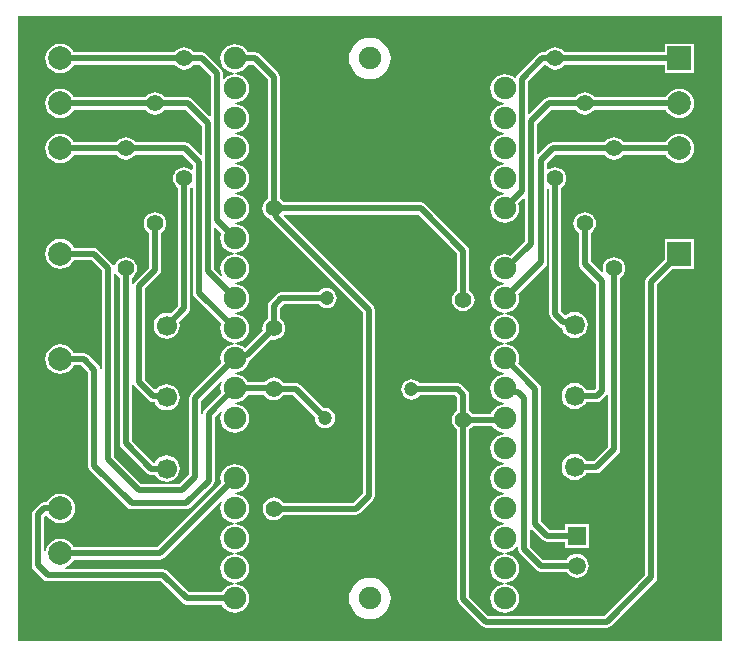
<source format=gbl>
G04*
G04 #@! TF.GenerationSoftware,Altium Limited,Altium Designer,19.0.5 (141)*
G04*
G04 Layer_Physical_Order=2*
G04 Layer_Color=16711680*
%FSLAX44Y44*%
%MOMM*%
G71*
G01*
G75*
%ADD10C,0.5000*%
%ADD11C,1.2000*%
%ADD12R,1.5000X1.5000*%
%ADD13C,1.5000*%
%ADD14C,2.0000*%
%ADD15C,1.9000*%
%ADD16R,2.0000X2.0000*%
%ADD17C,1.4000*%
%ADD18C,1.7000*%
%ADD19O,1.6800X1.7000*%
G36*
X600168Y3590D02*
X3844D01*
Y533112D01*
X600168D01*
Y3590D01*
D02*
G37*
%LPC*%
G36*
X576634Y509578D02*
X551634D01*
Y502176D01*
X467041D01*
X465753Y503853D01*
X463769Y505376D01*
X461458Y506334D01*
X458978Y506660D01*
X456498Y506334D01*
X454187Y505376D01*
X452203Y503853D01*
X450915Y502176D01*
X448056D01*
X446105Y501788D01*
X444451Y500683D01*
X427299Y483531D01*
X426194Y481877D01*
X425991Y480855D01*
X425545Y480610D01*
X424612Y480431D01*
X422358Y482160D01*
X419439Y483369D01*
X416306Y483782D01*
X413173Y483369D01*
X410254Y482160D01*
X407747Y480237D01*
X405824Y477730D01*
X404615Y474811D01*
X404202Y471678D01*
X404615Y468545D01*
X405824Y465626D01*
X407747Y463120D01*
X410254Y461196D01*
X413173Y459987D01*
X415401Y459694D01*
X415972Y459618D01*
Y458338D01*
X415401Y458262D01*
X413173Y457969D01*
X410254Y456760D01*
X407747Y454837D01*
X405824Y452330D01*
X404615Y449411D01*
X404202Y446278D01*
X404615Y443145D01*
X405824Y440226D01*
X407747Y437719D01*
X410254Y435796D01*
X413173Y434587D01*
X415401Y434294D01*
X415972Y434218D01*
Y432938D01*
X415401Y432862D01*
X413173Y432569D01*
X410254Y431360D01*
X407747Y429436D01*
X405824Y426930D01*
X404615Y424011D01*
X404202Y420878D01*
X404615Y417745D01*
X405824Y414826D01*
X407747Y412319D01*
X410254Y410396D01*
X413173Y409187D01*
X415401Y408894D01*
X415972Y408818D01*
Y407538D01*
X415401Y407462D01*
X413173Y407169D01*
X410254Y405960D01*
X407747Y404036D01*
X405824Y401530D01*
X404615Y398611D01*
X404202Y395478D01*
X404615Y392345D01*
X405824Y389426D01*
X407747Y386920D01*
X410254Y384996D01*
X413173Y383787D01*
X415401Y383494D01*
X415972Y383418D01*
Y382138D01*
X415401Y382062D01*
X413173Y381769D01*
X410254Y380560D01*
X407747Y378637D01*
X405824Y376130D01*
X404615Y373211D01*
X404202Y370078D01*
X404615Y366945D01*
X405824Y364026D01*
X407747Y361520D01*
X410254Y359596D01*
X413173Y358387D01*
X416306Y357975D01*
X419439Y358387D01*
X422358Y359596D01*
X424865Y361520D01*
X426788Y364026D01*
X427997Y366945D01*
X428410Y370078D01*
X427997Y373211D01*
X427602Y374165D01*
X432133Y378695D01*
X433306Y378209D01*
Y342218D01*
X421291Y330202D01*
X419439Y330969D01*
X416306Y331381D01*
X413173Y330969D01*
X410254Y329760D01*
X407747Y327836D01*
X405824Y325330D01*
X404615Y322411D01*
X404202Y319278D01*
X404615Y316145D01*
X405824Y313226D01*
X407747Y310720D01*
X410254Y308796D01*
X413173Y307587D01*
X415401Y307294D01*
X415972Y307218D01*
Y305938D01*
X415401Y305862D01*
X413173Y305569D01*
X410254Y304360D01*
X407747Y302437D01*
X405824Y299930D01*
X404615Y297011D01*
X404202Y293878D01*
X404615Y290745D01*
X405824Y287826D01*
X407747Y285319D01*
X410254Y283396D01*
X413173Y282187D01*
X415401Y281894D01*
X415972Y281818D01*
Y280538D01*
X415401Y280462D01*
X413173Y280169D01*
X410254Y278960D01*
X407747Y277036D01*
X405824Y274530D01*
X404615Y271611D01*
X404202Y268478D01*
X404615Y265345D01*
X405824Y262426D01*
X407747Y259919D01*
X410254Y257996D01*
X413173Y256787D01*
X415401Y256494D01*
X415972Y256418D01*
Y255138D01*
X415401Y255062D01*
X413173Y254769D01*
X410254Y253560D01*
X407747Y251637D01*
X405824Y249130D01*
X404615Y246211D01*
X404202Y243078D01*
X404615Y239945D01*
X405824Y237026D01*
X407747Y234520D01*
X410254Y232596D01*
X413173Y231387D01*
X415401Y231094D01*
X415972Y231018D01*
Y229738D01*
X415401Y229662D01*
X413173Y229369D01*
X410254Y228160D01*
X407747Y226236D01*
X405824Y223730D01*
X404615Y220811D01*
X404202Y217678D01*
X404615Y214545D01*
X405824Y211626D01*
X407747Y209119D01*
X410254Y207196D01*
X413173Y205987D01*
X415401Y205694D01*
X415972Y205618D01*
Y204338D01*
X415401Y204262D01*
X413173Y203969D01*
X410254Y202760D01*
X407747Y200837D01*
X405824Y198330D01*
X405008Y196360D01*
X389317D01*
X388030Y198037D01*
X386352Y199325D01*
Y212344D01*
X385964Y214295D01*
X384859Y215949D01*
X380287Y220521D01*
X378633Y221626D01*
X376682Y222014D01*
X344114D01*
X343374Y222978D01*
X341599Y224341D01*
X339531Y225197D01*
X337312Y225489D01*
X335093Y225197D01*
X333025Y224341D01*
X331250Y222978D01*
X329887Y221203D01*
X329031Y219135D01*
X328739Y216916D01*
X329031Y214697D01*
X329887Y212629D01*
X331250Y210854D01*
X333025Y209491D01*
X335093Y208635D01*
X337312Y208343D01*
X339531Y208635D01*
X341599Y209491D01*
X343374Y210854D01*
X344114Y211818D01*
X374570D01*
X376156Y210232D01*
Y199325D01*
X374478Y198037D01*
X372956Y196053D01*
X371998Y193742D01*
X371672Y191262D01*
X371998Y188782D01*
X372956Y186471D01*
X374478Y184487D01*
X376156Y183199D01*
Y39370D01*
X376544Y37419D01*
X377649Y35765D01*
X396699Y16715D01*
X398353Y15610D01*
X400304Y15222D01*
X502920D01*
X504871Y15610D01*
X506525Y16715D01*
X544117Y54307D01*
X545222Y55961D01*
X545610Y57912D01*
Y305990D01*
X558844Y319224D01*
X576634D01*
Y344224D01*
X551634D01*
Y326434D01*
X536907Y311707D01*
X535802Y310053D01*
X535414Y308102D01*
Y60024D01*
X500808Y25418D01*
X402416D01*
X386352Y41482D01*
Y183199D01*
X388030Y184487D01*
X389317Y186164D01*
X405872D01*
X407747Y183720D01*
X410254Y181796D01*
X413173Y180587D01*
X415401Y180294D01*
X415972Y180218D01*
Y178938D01*
X415401Y178862D01*
X413173Y178569D01*
X410254Y177360D01*
X407747Y175436D01*
X405824Y172930D01*
X404615Y170011D01*
X404202Y166878D01*
X404615Y163745D01*
X405824Y160826D01*
X407747Y158320D01*
X410254Y156396D01*
X413173Y155187D01*
X415401Y154894D01*
X415972Y154818D01*
Y153538D01*
X415401Y153462D01*
X413173Y153169D01*
X410254Y151960D01*
X407747Y150036D01*
X405824Y147530D01*
X404615Y144611D01*
X404202Y141478D01*
X404615Y138345D01*
X405824Y135426D01*
X407747Y132920D01*
X410254Y130996D01*
X413173Y129787D01*
X415401Y129494D01*
X415972Y129418D01*
Y128138D01*
X415401Y128062D01*
X413173Y127769D01*
X410254Y126560D01*
X407747Y124636D01*
X405824Y122130D01*
X404615Y119211D01*
X404202Y116078D01*
X404615Y112945D01*
X405824Y110026D01*
X407747Y107520D01*
X410254Y105596D01*
X413173Y104387D01*
X415401Y104094D01*
X415972Y104018D01*
Y102738D01*
X415401Y102662D01*
X413173Y102369D01*
X410254Y101160D01*
X407747Y99236D01*
X405824Y96730D01*
X404615Y93811D01*
X404202Y90678D01*
X404615Y87545D01*
X405824Y84626D01*
X407747Y82120D01*
X410254Y80196D01*
X413173Y78987D01*
X415401Y78694D01*
X415972Y78618D01*
Y77338D01*
X415401Y77262D01*
X413173Y76969D01*
X410254Y75760D01*
X407747Y73836D01*
X405824Y71330D01*
X404615Y68411D01*
X404202Y65278D01*
X404615Y62145D01*
X405824Y59226D01*
X407747Y56719D01*
X410254Y54796D01*
X413173Y53587D01*
X415401Y53294D01*
X415972Y53218D01*
Y51938D01*
X415401Y51862D01*
X413173Y51569D01*
X410254Y50360D01*
X407747Y48436D01*
X405824Y45930D01*
X404615Y43011D01*
X404202Y39878D01*
X404615Y36745D01*
X405824Y33826D01*
X407747Y31319D01*
X410254Y29396D01*
X413173Y28187D01*
X416306Y27775D01*
X419439Y28187D01*
X422358Y29396D01*
X424865Y31319D01*
X426788Y33826D01*
X427997Y36745D01*
X428410Y39878D01*
X427997Y43011D01*
X426788Y45930D01*
X424865Y48436D01*
X422358Y50360D01*
X419439Y51569D01*
X417211Y51862D01*
X416640Y51938D01*
Y53218D01*
X417211Y53294D01*
X419439Y53587D01*
X422358Y54796D01*
X424865Y56719D01*
X426788Y59226D01*
X427997Y62145D01*
X428410Y65278D01*
X427997Y68411D01*
X426788Y71330D01*
X424865Y73836D01*
X422358Y75760D01*
X419439Y76969D01*
X417211Y77262D01*
X416640Y77338D01*
Y78618D01*
X417211Y78694D01*
X419439Y78987D01*
X422358Y80196D01*
X424865Y82120D01*
X426448Y84183D01*
X427718Y83752D01*
Y81534D01*
X428106Y79583D01*
X429211Y77929D01*
X443181Y63959D01*
X444835Y62854D01*
X446786Y62466D01*
X468573D01*
X470134Y60432D01*
X472223Y58829D01*
X474655Y57821D01*
X477266Y57478D01*
X479877Y57821D01*
X482309Y58829D01*
X484398Y60432D01*
X486001Y62521D01*
X487009Y64953D01*
X487352Y67564D01*
X487009Y70174D01*
X486001Y72607D01*
X484398Y74696D01*
X482309Y76299D01*
X479877Y77307D01*
X477266Y77650D01*
X474655Y77307D01*
X472223Y76299D01*
X470134Y74696D01*
X468573Y72662D01*
X448898D01*
X437914Y83646D01*
Y98164D01*
X439184Y98690D01*
X448515Y89359D01*
X450169Y88254D01*
X452120Y87866D01*
X467266D01*
Y82964D01*
X487266D01*
Y102964D01*
X467266D01*
Y98062D01*
X454232D01*
X447058Y105236D01*
Y217424D01*
X446670Y219375D01*
X445565Y221029D01*
X427602Y238992D01*
X427997Y239945D01*
X428410Y243078D01*
X427997Y246211D01*
X426788Y249130D01*
X424865Y251637D01*
X422358Y253560D01*
X419439Y254769D01*
X417211Y255062D01*
X416640Y255138D01*
Y256418D01*
X417211Y256494D01*
X419439Y256787D01*
X422358Y257996D01*
X424865Y259919D01*
X426788Y262426D01*
X427997Y265345D01*
X428410Y268478D01*
X427997Y271611D01*
X426788Y274530D01*
X424865Y277036D01*
X422358Y278960D01*
X419439Y280169D01*
X417211Y280462D01*
X416640Y280538D01*
Y281818D01*
X417211Y281894D01*
X419439Y282187D01*
X422358Y283396D01*
X424865Y285319D01*
X426788Y287826D01*
X427997Y290745D01*
X428410Y293878D01*
X427997Y297011D01*
X427602Y297964D01*
X450583Y320945D01*
X451688Y322599D01*
X452076Y324550D01*
Y386323D01*
X453346Y387016D01*
X453880Y386673D01*
Y280924D01*
X454268Y278973D01*
X455373Y277319D01*
X462413Y270279D01*
X464067Y269174D01*
X464810Y269026D01*
X464869Y268580D01*
X465967Y265929D01*
X467714Y263652D01*
X469991Y261905D01*
X472643Y260807D01*
X475488Y260432D01*
X478334Y260807D01*
X480985Y261905D01*
X483262Y263652D01*
X485009Y265929D01*
X486107Y268580D01*
X486482Y271426D01*
Y271626D01*
X486107Y274471D01*
X485009Y277123D01*
X483262Y279400D01*
X480985Y281147D01*
X478334Y282245D01*
X475488Y282620D01*
X472643Y282245D01*
X469991Y281147D01*
X467714Y279400D01*
X467712Y279400D01*
X464076Y283036D01*
Y387415D01*
X465753Y388703D01*
X467276Y390687D01*
X468233Y392998D01*
X468560Y395478D01*
X468233Y397958D01*
X467276Y400269D01*
X465753Y402253D01*
X463769Y403776D01*
X461458Y404734D01*
X458978Y405060D01*
X456498Y404734D01*
X454187Y403776D01*
X453346Y403131D01*
X452076Y403757D01*
Y408798D01*
X459058Y415780D01*
X500699D01*
X501987Y414103D01*
X503971Y412580D01*
X506282Y411623D01*
X508762Y411296D01*
X511242Y411623D01*
X513553Y412580D01*
X515537Y414103D01*
X516825Y415780D01*
X552716D01*
X553215Y414574D01*
X555219Y411963D01*
X557830Y409959D01*
X560871Y408700D01*
X564134Y408270D01*
X567397Y408700D01*
X570438Y409959D01*
X573049Y411963D01*
X575053Y414574D01*
X576312Y417615D01*
X576742Y420878D01*
X576312Y424141D01*
X575053Y427182D01*
X573049Y429793D01*
X570438Y431797D01*
X567397Y433056D01*
X564134Y433486D01*
X560871Y433056D01*
X557830Y431797D01*
X555219Y429793D01*
X553215Y427182D01*
X552716Y425976D01*
X516825D01*
X515537Y427654D01*
X513553Y429176D01*
X511242Y430134D01*
X508762Y430460D01*
X506282Y430134D01*
X503971Y429176D01*
X501987Y427654D01*
X500699Y425976D01*
X456946D01*
X454995Y425588D01*
X453341Y424483D01*
X444675Y415817D01*
X443502Y416303D01*
Y441626D01*
X455756Y453880D01*
X475807D01*
X477094Y452203D01*
X479079Y450680D01*
X481390Y449723D01*
X483870Y449396D01*
X486350Y449723D01*
X488661Y450680D01*
X490645Y452203D01*
X491933Y453880D01*
X552716D01*
X553215Y452674D01*
X555219Y450063D01*
X557830Y448059D01*
X560871Y446800D01*
X564134Y446370D01*
X567397Y446800D01*
X570438Y448059D01*
X573049Y450063D01*
X575053Y452674D01*
X576312Y455715D01*
X576742Y458978D01*
X576312Y462241D01*
X575053Y465282D01*
X573049Y467893D01*
X570438Y469897D01*
X567397Y471156D01*
X564134Y471586D01*
X560871Y471156D01*
X557830Y469897D01*
X555219Y467893D01*
X553215Y465282D01*
X552716Y464076D01*
X491933D01*
X490645Y465753D01*
X488661Y467276D01*
X486350Y468233D01*
X483870Y468560D01*
X481390Y468233D01*
X479079Y467276D01*
X477094Y465753D01*
X475807Y464076D01*
X453644D01*
X451693Y463688D01*
X450039Y462583D01*
X437175Y449719D01*
X436002Y450205D01*
Y477814D01*
X449799Y491612D01*
X451255Y491538D01*
X452203Y490303D01*
X454187Y488780D01*
X456498Y487822D01*
X458978Y487496D01*
X461458Y487822D01*
X463769Y488780D01*
X465753Y490303D01*
X467041Y491980D01*
X551634D01*
Y484578D01*
X576634D01*
Y509578D01*
D02*
G37*
G36*
X302006Y514663D02*
X298575Y514325D01*
X295277Y513324D01*
X292236Y511699D01*
X289572Y509512D01*
X287385Y506847D01*
X285760Y503807D01*
X284759Y500509D01*
X284421Y497078D01*
X284759Y493647D01*
X285760Y490349D01*
X287385Y487309D01*
X289572Y484644D01*
X292236Y482457D01*
X295277Y480832D01*
X298575Y479831D01*
X302006Y479493D01*
X305437Y479831D01*
X308735Y480832D01*
X311775Y482457D01*
X314440Y484644D01*
X316627Y487309D01*
X318252Y490349D01*
X319253Y493647D01*
X319591Y497078D01*
X319253Y500509D01*
X318252Y503807D01*
X316627Y506847D01*
X314440Y509512D01*
X311775Y511699D01*
X308735Y513324D01*
X305437Y514325D01*
X302006Y514663D01*
D02*
G37*
G36*
X39878Y509686D02*
X36615Y509256D01*
X33574Y507997D01*
X30963Y505993D01*
X28959Y503382D01*
X27700Y500341D01*
X27270Y497078D01*
X27700Y493815D01*
X28959Y490774D01*
X30963Y488163D01*
X33574Y486159D01*
X36615Y484900D01*
X39878Y484470D01*
X43141Y484900D01*
X46182Y486159D01*
X48793Y488163D01*
X50797Y490774D01*
X51296Y491980D01*
X136971D01*
X138258Y490303D01*
X140243Y488780D01*
X142554Y487822D01*
X145034Y487496D01*
X147514Y487822D01*
X149825Y488780D01*
X151809Y490303D01*
X153097Y491980D01*
X157654D01*
X167368Y482266D01*
Y448561D01*
X166195Y448075D01*
X151687Y462583D01*
X150033Y463688D01*
X148082Y464076D01*
X128205D01*
X126917Y465753D01*
X124933Y467276D01*
X122622Y468233D01*
X120142Y468560D01*
X117662Y468233D01*
X115351Y467276D01*
X113366Y465753D01*
X112079Y464076D01*
X51296D01*
X50797Y465282D01*
X48793Y467893D01*
X46182Y469897D01*
X43141Y471156D01*
X39878Y471586D01*
X36615Y471156D01*
X33574Y469897D01*
X30963Y467893D01*
X28959Y465282D01*
X27700Y462241D01*
X27270Y458978D01*
X27700Y455715D01*
X28959Y452674D01*
X30963Y450063D01*
X33574Y448059D01*
X36615Y446800D01*
X39878Y446370D01*
X43141Y446800D01*
X46182Y448059D01*
X48793Y450063D01*
X50797Y452674D01*
X51296Y453880D01*
X112079D01*
X113366Y452203D01*
X115351Y450680D01*
X117662Y449723D01*
X120142Y449396D01*
X122622Y449723D01*
X124933Y450680D01*
X126917Y452203D01*
X128205Y453880D01*
X145970D01*
X159748Y440102D01*
Y415795D01*
X158575Y415309D01*
X149401Y424483D01*
X147747Y425588D01*
X145796Y425976D01*
X103313D01*
X102025Y427654D01*
X100041Y429176D01*
X97730Y430134D01*
X95250Y430460D01*
X92770Y430134D01*
X90459Y429176D01*
X88475Y427654D01*
X87187Y425976D01*
X51296D01*
X50797Y427182D01*
X48793Y429793D01*
X46182Y431797D01*
X43141Y433056D01*
X39878Y433486D01*
X36615Y433056D01*
X33574Y431797D01*
X30963Y429793D01*
X28959Y427182D01*
X27700Y424141D01*
X27270Y420878D01*
X27700Y417615D01*
X28959Y414574D01*
X30963Y411963D01*
X33574Y409959D01*
X36615Y408700D01*
X39878Y408270D01*
X43141Y408700D01*
X46182Y409959D01*
X48793Y411963D01*
X50797Y414574D01*
X51296Y415780D01*
X87187D01*
X88475Y414103D01*
X90459Y412580D01*
X92770Y411623D01*
X95250Y411296D01*
X97730Y411623D01*
X100041Y412580D01*
X102025Y414103D01*
X103313Y415780D01*
X143684D01*
X152248Y407216D01*
Y403518D01*
X150978Y402891D01*
X149825Y403776D01*
X147514Y404734D01*
X145034Y405060D01*
X142554Y404734D01*
X140243Y403776D01*
X138258Y402253D01*
X136736Y400269D01*
X135779Y397958D01*
X135452Y395478D01*
X135779Y392998D01*
X136736Y390687D01*
X138258Y388703D01*
X139936Y387415D01*
Y287862D01*
X133369Y281295D01*
X132920Y281481D01*
X130048Y281859D01*
X127176Y281481D01*
X124501Y280373D01*
X122203Y278609D01*
X120440Y276311D01*
X119331Y273636D01*
X118953Y270764D01*
X119331Y267892D01*
X120440Y265217D01*
X122203Y262919D01*
X124501Y261155D01*
X127176Y260047D01*
X130048Y259669D01*
X132920Y260047D01*
X135596Y261155D01*
X137893Y262919D01*
X139656Y265217D01*
X140765Y267892D01*
X141143Y270764D01*
X140765Y273636D01*
X140579Y274085D01*
X148639Y282145D01*
X149744Y283799D01*
X150132Y285750D01*
Y387250D01*
X151173Y387968D01*
X152248Y387438D01*
Y298838D01*
X152636Y296887D01*
X153741Y295233D01*
X176410Y272565D01*
X176015Y271611D01*
X175602Y268478D01*
X176015Y265345D01*
X177224Y262426D01*
X179147Y259919D01*
X181654Y257996D01*
X184573Y256787D01*
X186801Y256494D01*
X187372Y256418D01*
Y255138D01*
X186801Y255062D01*
X184573Y254769D01*
X181654Y253560D01*
X179147Y251637D01*
X177224Y249130D01*
X176015Y246211D01*
X175602Y243078D01*
X176015Y239945D01*
X176410Y238992D01*
X150573Y213155D01*
X149468Y211501D01*
X149080Y209550D01*
Y144860D01*
X140890Y136670D01*
X108538D01*
X85362Y159846D01*
Y315007D01*
X86632Y315259D01*
X86952Y314487D01*
X88475Y312502D01*
X90152Y311215D01*
Y171196D01*
X90540Y169245D01*
X91645Y167591D01*
X112981Y146255D01*
X114635Y145150D01*
X116586Y144762D01*
X120253D01*
X120440Y144312D01*
X122203Y142015D01*
X124501Y140252D01*
X127176Y139143D01*
X130048Y138765D01*
X132920Y139143D01*
X135596Y140252D01*
X137893Y142015D01*
X139656Y144312D01*
X140765Y146988D01*
X141143Y149860D01*
X140765Y152732D01*
X139656Y155407D01*
X137893Y157705D01*
X135596Y159468D01*
X132920Y160577D01*
X130048Y160955D01*
X127176Y160577D01*
X124501Y159468D01*
X122203Y157705D01*
X120440Y155407D01*
X120253Y154958D01*
X118698D01*
X100348Y173308D01*
Y221429D01*
X101618Y221555D01*
X101716Y221061D01*
X102821Y219407D01*
X114669Y207560D01*
X116322Y206455D01*
X118273Y206067D01*
X119900D01*
X120440Y204764D01*
X122203Y202467D01*
X124501Y200704D01*
X127176Y199595D01*
X130048Y199217D01*
X132920Y199595D01*
X135596Y200704D01*
X137893Y202467D01*
X139656Y204764D01*
X140765Y207440D01*
X141143Y210312D01*
X140765Y213184D01*
X139656Y215860D01*
X137893Y218157D01*
X135596Y219921D01*
X132920Y221029D01*
X130048Y221407D01*
X127176Y221029D01*
X124501Y219921D01*
X122203Y218157D01*
X121337Y217029D01*
X119714Y216934D01*
X111524Y225124D01*
Y302180D01*
X123747Y314403D01*
X124852Y316057D01*
X125240Y318008D01*
Y349315D01*
X126917Y350602D01*
X128440Y352587D01*
X129397Y354898D01*
X129724Y357378D01*
X129397Y359858D01*
X128440Y362169D01*
X126917Y364154D01*
X124933Y365676D01*
X122622Y366633D01*
X120142Y366960D01*
X117662Y366633D01*
X115351Y365676D01*
X113366Y364154D01*
X111844Y362169D01*
X110886Y359858D01*
X110560Y357378D01*
X110886Y354898D01*
X111844Y352587D01*
X113366Y350602D01*
X115044Y349315D01*
Y320120D01*
X102821Y307897D01*
X101716Y306243D01*
X101618Y305749D01*
X100348Y305875D01*
Y311215D01*
X102025Y312502D01*
X103548Y314487D01*
X104506Y316798D01*
X104832Y319278D01*
X104506Y321758D01*
X103548Y324069D01*
X102025Y326053D01*
X100041Y327576D01*
X97730Y328534D01*
X95250Y328860D01*
X92770Y328534D01*
X90459Y327576D01*
X88475Y326053D01*
X86952Y324069D01*
X86139Y322106D01*
X85883Y322025D01*
X84979Y321974D01*
X84788Y322015D01*
X83869Y323391D01*
X71931Y335329D01*
X70277Y336434D01*
X68326Y336822D01*
X51296D01*
X50797Y338028D01*
X48793Y340639D01*
X46182Y342643D01*
X43141Y343902D01*
X39878Y344332D01*
X36615Y343902D01*
X33574Y342643D01*
X30963Y340639D01*
X28959Y338028D01*
X27700Y334987D01*
X27270Y331724D01*
X27700Y328461D01*
X28959Y325420D01*
X30963Y322809D01*
X33574Y320805D01*
X36615Y319546D01*
X39878Y319116D01*
X43141Y319546D01*
X46182Y320805D01*
X48793Y322809D01*
X50797Y325420D01*
X51296Y326626D01*
X66214D01*
X75166Y317674D01*
Y233986D01*
X73896Y233861D01*
X73544Y235631D01*
X72439Y237285D01*
X63549Y246175D01*
X61895Y247280D01*
X59944Y247668D01*
X51296D01*
X50797Y248874D01*
X48793Y251485D01*
X46182Y253489D01*
X43141Y254748D01*
X39878Y255178D01*
X36615Y254748D01*
X33574Y253489D01*
X30963Y251485D01*
X28959Y248874D01*
X27700Y245833D01*
X27270Y242570D01*
X27700Y239307D01*
X28959Y236266D01*
X30963Y233655D01*
X33574Y231651D01*
X36615Y230392D01*
X39878Y229962D01*
X43141Y230392D01*
X46182Y231651D01*
X48793Y233655D01*
X50797Y236266D01*
X51296Y237472D01*
X57832D01*
X63736Y231568D01*
Y151892D01*
X64124Y149941D01*
X65229Y148287D01*
X96725Y116791D01*
X98379Y115686D01*
X100330Y115298D01*
X146558D01*
X148509Y115686D01*
X150163Y116791D01*
X169213Y135841D01*
X170318Y137495D01*
X170706Y139446D01*
Y193722D01*
X176645Y199662D01*
X177602Y198822D01*
X177224Y198330D01*
X176015Y195411D01*
X175602Y192278D01*
X176015Y189145D01*
X177224Y186226D01*
X179147Y183720D01*
X181654Y181796D01*
X184573Y180587D01*
X187706Y180175D01*
X190839Y180587D01*
X193758Y181796D01*
X196264Y183720D01*
X198188Y186226D01*
X199397Y189145D01*
X199809Y192278D01*
X199397Y195411D01*
X198188Y198330D01*
X196264Y200837D01*
X193758Y202760D01*
X190839Y203969D01*
X188611Y204262D01*
X188040Y204338D01*
Y205618D01*
X188611Y205694D01*
X190839Y205987D01*
X193758Y207196D01*
X196264Y209119D01*
X198188Y211626D01*
X198583Y212580D01*
X212468D01*
X213951Y210648D01*
X215935Y209126D01*
X218246Y208169D01*
X220726Y207842D01*
X223206Y208169D01*
X225517Y209126D01*
X227501Y210648D01*
X228789Y212326D01*
X237372D01*
X255745Y193953D01*
X255587Y192748D01*
X255879Y190529D01*
X256735Y188461D01*
X258098Y186686D01*
X259873Y185323D01*
X261941Y184467D01*
X264160Y184175D01*
X266379Y184467D01*
X268447Y185323D01*
X270222Y186686D01*
X271585Y188461D01*
X272441Y190529D01*
X272733Y192748D01*
X272441Y194967D01*
X271585Y197035D01*
X270222Y198810D01*
X268447Y200173D01*
X266379Y201029D01*
X264160Y201321D01*
X262955Y201163D01*
X243089Y221029D01*
X241435Y222134D01*
X239484Y222522D01*
X228789D01*
X227501Y224199D01*
X225517Y225722D01*
X223206Y226679D01*
X220726Y227006D01*
X218246Y226679D01*
X215935Y225722D01*
X213951Y224199D01*
X212858Y222776D01*
X198583D01*
X198188Y223730D01*
X196264Y226236D01*
X193758Y228160D01*
X190839Y229369D01*
X188611Y229662D01*
X188040Y229738D01*
Y231018D01*
X188611Y231094D01*
X190839Y231387D01*
X193758Y232596D01*
X196264Y234520D01*
X198188Y237026D01*
X199397Y239945D01*
X199531Y240962D01*
X199956Y241047D01*
X201610Y242152D01*
X218630Y259172D01*
X220726Y258896D01*
X223206Y259223D01*
X225517Y260180D01*
X227501Y261702D01*
X229024Y263687D01*
X229981Y265998D01*
X230308Y268478D01*
X229981Y270958D01*
X229024Y273269D01*
X227501Y275254D01*
X225824Y276541D01*
Y285670D01*
X229226Y289072D01*
X258628D01*
X259368Y288108D01*
X261143Y286745D01*
X263211Y285889D01*
X265430Y285597D01*
X267649Y285889D01*
X269717Y286745D01*
X271492Y288108D01*
X272855Y289883D01*
X273711Y291951D01*
X274003Y294170D01*
X273711Y296389D01*
X272855Y298457D01*
X271492Y300232D01*
X269717Y301595D01*
X267649Y302451D01*
X265430Y302743D01*
X263211Y302451D01*
X261143Y301595D01*
X259368Y300232D01*
X258628Y299268D01*
X227114D01*
X225163Y298880D01*
X223509Y297775D01*
X217121Y291387D01*
X216016Y289733D01*
X215628Y287782D01*
Y276541D01*
X213951Y275254D01*
X212428Y273269D01*
X211471Y270958D01*
X211144Y268478D01*
X211420Y266382D01*
X196650Y251611D01*
X196264Y251637D01*
X193758Y253560D01*
X190839Y254769D01*
X188611Y255062D01*
X188040Y255138D01*
Y256418D01*
X188611Y256494D01*
X190839Y256787D01*
X193758Y257996D01*
X196264Y259919D01*
X198188Y262426D01*
X199397Y265345D01*
X199809Y268478D01*
X199397Y271611D01*
X198188Y274530D01*
X196264Y277036D01*
X193758Y278960D01*
X190839Y280169D01*
X188611Y280462D01*
X188040Y280538D01*
Y281818D01*
X188611Y281894D01*
X190839Y282187D01*
X193758Y283396D01*
X196264Y285319D01*
X198188Y287826D01*
X199397Y290745D01*
X199809Y293878D01*
X199397Y297011D01*
X198188Y299930D01*
X196264Y302437D01*
X193758Y304360D01*
X190839Y305569D01*
X188611Y305862D01*
X188040Y305938D01*
Y307218D01*
X188611Y307294D01*
X190839Y307587D01*
X193758Y308796D01*
X196264Y310720D01*
X198188Y313226D01*
X199397Y316145D01*
X199809Y319278D01*
X199397Y322411D01*
X198188Y325330D01*
X196264Y327836D01*
X193758Y329760D01*
X190839Y330969D01*
X188611Y331262D01*
X188040Y331338D01*
Y332618D01*
X188611Y332694D01*
X190839Y332987D01*
X193758Y334196D01*
X196264Y336119D01*
X198188Y338626D01*
X199397Y341545D01*
X199809Y344678D01*
X199397Y347811D01*
X198188Y350730D01*
X196264Y353237D01*
X193758Y355160D01*
X190839Y356369D01*
X188611Y356662D01*
X188040Y356738D01*
Y358018D01*
X188611Y358094D01*
X190839Y358387D01*
X193758Y359596D01*
X196264Y361520D01*
X198188Y364026D01*
X199397Y366945D01*
X199809Y370078D01*
X199397Y373211D01*
X198188Y376130D01*
X196264Y378637D01*
X193758Y380560D01*
X190839Y381769D01*
X188611Y382062D01*
X188040Y382138D01*
Y383418D01*
X188611Y383494D01*
X190839Y383787D01*
X193758Y384996D01*
X196264Y386920D01*
X198188Y389426D01*
X199397Y392345D01*
X199809Y395478D01*
X199397Y398611D01*
X198188Y401530D01*
X196264Y404036D01*
X193758Y405960D01*
X190839Y407169D01*
X188611Y407462D01*
X188040Y407538D01*
Y408818D01*
X188611Y408894D01*
X190839Y409187D01*
X193758Y410396D01*
X196264Y412319D01*
X198188Y414826D01*
X199397Y417745D01*
X199809Y420878D01*
X199397Y424011D01*
X198188Y426930D01*
X196264Y429436D01*
X193758Y431360D01*
X190839Y432569D01*
X188611Y432862D01*
X188040Y432938D01*
Y434218D01*
X188611Y434294D01*
X190839Y434587D01*
X193758Y435796D01*
X196264Y437719D01*
X198188Y440226D01*
X199397Y443145D01*
X199809Y446278D01*
X199397Y449411D01*
X198188Y452330D01*
X196264Y454837D01*
X193758Y456760D01*
X190839Y457969D01*
X188611Y458262D01*
X188040Y458338D01*
Y459618D01*
X188611Y459694D01*
X190839Y459987D01*
X193758Y461196D01*
X196264Y463120D01*
X198188Y465626D01*
X199397Y468545D01*
X199809Y471678D01*
X199397Y474811D01*
X198188Y477730D01*
X196264Y480237D01*
X193758Y482160D01*
X190839Y483369D01*
X188611Y483662D01*
X188040Y483738D01*
Y485018D01*
X188611Y485094D01*
X190839Y485387D01*
X193758Y486596D01*
X196264Y488520D01*
X198188Y491026D01*
X198583Y491980D01*
X203120D01*
X215628Y479472D01*
Y378141D01*
X213951Y376853D01*
X212428Y374869D01*
X211471Y372558D01*
X211144Y370078D01*
X211471Y367598D01*
X212428Y365287D01*
X213951Y363303D01*
X215935Y361780D01*
X217773Y361018D01*
X218843Y359417D01*
X295892Y282368D01*
Y128858D01*
X287956Y120922D01*
X228789D01*
X227501Y122599D01*
X225517Y124122D01*
X223206Y125079D01*
X220726Y125406D01*
X218246Y125079D01*
X215935Y124122D01*
X213951Y122599D01*
X212428Y120615D01*
X211471Y118304D01*
X211144Y115824D01*
X211471Y113344D01*
X212428Y111033D01*
X213951Y109049D01*
X215935Y107526D01*
X218246Y106568D01*
X220726Y106242D01*
X223206Y106568D01*
X225517Y107526D01*
X227501Y109049D01*
X228789Y110726D01*
X290068D01*
X292019Y111114D01*
X293673Y112219D01*
X304595Y123141D01*
X305700Y124795D01*
X306088Y126746D01*
Y284480D01*
X305700Y286431D01*
X304595Y288085D01*
X228969Y363710D01*
X229496Y364980D01*
X343328D01*
X376156Y332152D01*
Y300925D01*
X374478Y299637D01*
X372956Y297653D01*
X371998Y295342D01*
X371672Y292862D01*
X371998Y290382D01*
X372956Y288071D01*
X374478Y286087D01*
X376463Y284564D01*
X378774Y283606D01*
X381254Y283280D01*
X383734Y283606D01*
X386045Y284564D01*
X388030Y286087D01*
X389552Y288071D01*
X390509Y290382D01*
X390836Y292862D01*
X390509Y295342D01*
X389552Y297653D01*
X388030Y299637D01*
X386352Y300925D01*
Y334264D01*
X385964Y336215D01*
X384859Y337869D01*
X349045Y373683D01*
X347391Y374788D01*
X345440Y375176D01*
X228789D01*
X227501Y376853D01*
X225824Y378141D01*
Y481584D01*
X225436Y483535D01*
X224331Y485189D01*
X208837Y500683D01*
X207183Y501788D01*
X205232Y502176D01*
X198583D01*
X198188Y503130D01*
X196264Y505636D01*
X193758Y507560D01*
X190839Y508769D01*
X187706Y509182D01*
X184573Y508769D01*
X181654Y507560D01*
X179147Y505636D01*
X177224Y503130D01*
X176015Y500211D01*
X175602Y497078D01*
X176015Y493945D01*
X177224Y491026D01*
X179147Y488520D01*
X181654Y486596D01*
X184573Y485387D01*
X186801Y485094D01*
X187372Y485018D01*
Y483738D01*
X186801Y483662D01*
X184573Y483369D01*
X181654Y482160D01*
X179147Y480237D01*
X178767Y479740D01*
X177564Y480148D01*
Y484378D01*
X177176Y486329D01*
X176071Y487983D01*
X163371Y500683D01*
X161717Y501788D01*
X159766Y502176D01*
X153097D01*
X151809Y503853D01*
X149825Y505376D01*
X147514Y506334D01*
X145034Y506660D01*
X142554Y506334D01*
X140243Y505376D01*
X138258Y503853D01*
X136971Y502176D01*
X51296D01*
X50797Y503382D01*
X48793Y505993D01*
X46182Y507997D01*
X43141Y509256D01*
X39878Y509686D01*
D02*
G37*
G36*
X483870Y366960D02*
X481390Y366633D01*
X479079Y365676D01*
X477094Y364154D01*
X475572Y362169D01*
X474614Y359858D01*
X474288Y357378D01*
X474614Y354898D01*
X475572Y352587D01*
X477094Y350602D01*
X478772Y349315D01*
Y323342D01*
X479160Y321391D01*
X480265Y319737D01*
X493504Y306498D01*
Y217758D01*
X492172Y216426D01*
X485216D01*
X485009Y216925D01*
X483262Y219202D01*
X480985Y220949D01*
X478334Y222047D01*
X475488Y222422D01*
X472643Y222047D01*
X469991Y220949D01*
X467714Y219202D01*
X465967Y216925D01*
X464869Y214273D01*
X464494Y211428D01*
Y211228D01*
X464869Y208382D01*
X465967Y205731D01*
X467714Y203454D01*
X469991Y201707D01*
X472643Y200609D01*
X475488Y200234D01*
X478334Y200609D01*
X480985Y201707D01*
X483262Y203454D01*
X485009Y205731D01*
X485216Y206230D01*
X494284D01*
X496235Y206618D01*
X497889Y207723D01*
X502207Y212041D01*
X502394Y212321D01*
X503664Y211936D01*
Y168228D01*
X491664Y156228D01*
X485216D01*
X485009Y156727D01*
X483262Y159004D01*
X480985Y160751D01*
X478334Y161849D01*
X475488Y162224D01*
X472643Y161849D01*
X469991Y160751D01*
X467714Y159004D01*
X465967Y156727D01*
X464869Y154075D01*
X464494Y151230D01*
Y151030D01*
X464869Y148184D01*
X465967Y145533D01*
X467714Y143256D01*
X469991Y141509D01*
X472643Y140411D01*
X475488Y140036D01*
X478334Y140411D01*
X480985Y141509D01*
X483262Y143256D01*
X485009Y145533D01*
X485216Y146032D01*
X493776D01*
X495727Y146420D01*
X497381Y147525D01*
X512367Y162511D01*
X513472Y164165D01*
X513860Y166116D01*
Y311215D01*
X515537Y312502D01*
X517060Y314487D01*
X518018Y316798D01*
X518344Y319278D01*
X518018Y321758D01*
X517060Y324069D01*
X515537Y326053D01*
X513553Y327576D01*
X511242Y328534D01*
X508762Y328860D01*
X506282Y328534D01*
X503971Y327576D01*
X501987Y326053D01*
X500464Y324069D01*
X499506Y321758D01*
X499180Y319278D01*
X499506Y316798D01*
X499568Y316650D01*
X498491Y315930D01*
X488968Y325454D01*
Y349315D01*
X490645Y350602D01*
X492168Y352587D01*
X493125Y354898D01*
X493452Y357378D01*
X493125Y359858D01*
X492168Y362169D01*
X490645Y364154D01*
X488661Y365676D01*
X486350Y366633D01*
X483870Y366960D01*
D02*
G37*
G36*
X187706Y153581D02*
X184573Y153169D01*
X181654Y151960D01*
X179147Y150036D01*
X177224Y147530D01*
X176015Y144611D01*
X175602Y141478D01*
X176015Y138345D01*
X176410Y137392D01*
X122094Y83076D01*
X51296D01*
X50797Y84282D01*
X48793Y86893D01*
X46182Y88897D01*
X43141Y90156D01*
X39878Y90586D01*
X36615Y90156D01*
X33574Y88897D01*
X30963Y86893D01*
X28959Y84282D01*
X27700Y81241D01*
X27450Y79344D01*
X26180Y79427D01*
Y108886D01*
X27433Y110140D01*
X28931Y109842D01*
X28959Y109774D01*
X30963Y107163D01*
X33574Y105159D01*
X36615Y103900D01*
X39878Y103470D01*
X43141Y103900D01*
X46182Y105159D01*
X48793Y107163D01*
X50797Y109774D01*
X52056Y112815D01*
X52486Y116078D01*
X52056Y119341D01*
X50797Y122382D01*
X48793Y124993D01*
X46182Y126997D01*
X43141Y128256D01*
X39878Y128686D01*
X36615Y128256D01*
X33574Y126997D01*
X30963Y124993D01*
X28959Y122382D01*
X28460Y121176D01*
X26162D01*
X24211Y120788D01*
X22557Y119683D01*
X17477Y114603D01*
X16372Y112949D01*
X15984Y110998D01*
Y67818D01*
X16372Y65867D01*
X17477Y64213D01*
X25605Y56085D01*
X27259Y54980D01*
X29210Y54592D01*
X125142D01*
X143461Y36273D01*
X145115Y35168D01*
X147066Y34780D01*
X176829D01*
X177224Y33826D01*
X179147Y31319D01*
X181654Y29396D01*
X184573Y28187D01*
X187706Y27775D01*
X190839Y28187D01*
X193758Y29396D01*
X196264Y31319D01*
X198188Y33826D01*
X199397Y36745D01*
X199809Y39878D01*
X199397Y43011D01*
X198188Y45930D01*
X196264Y48436D01*
X193758Y50360D01*
X190839Y51569D01*
X188611Y51862D01*
X188040Y51938D01*
Y53218D01*
X188611Y53294D01*
X190839Y53587D01*
X193758Y54796D01*
X196264Y56719D01*
X198188Y59226D01*
X199397Y62145D01*
X199809Y65278D01*
X199397Y68411D01*
X198188Y71330D01*
X196264Y73836D01*
X193758Y75760D01*
X190839Y76969D01*
X188611Y77262D01*
X188040Y77338D01*
Y78618D01*
X188611Y78694D01*
X190839Y78987D01*
X193758Y80196D01*
X196264Y82120D01*
X198188Y84626D01*
X199397Y87545D01*
X199809Y90678D01*
X199397Y93811D01*
X198188Y96730D01*
X196264Y99236D01*
X193758Y101160D01*
X190839Y102369D01*
X188611Y102662D01*
X188040Y102738D01*
Y104018D01*
X188611Y104094D01*
X190839Y104387D01*
X193758Y105596D01*
X196264Y107520D01*
X198188Y110026D01*
X199397Y112945D01*
X199809Y116078D01*
X199397Y119211D01*
X198188Y122130D01*
X196264Y124636D01*
X193758Y126560D01*
X190839Y127769D01*
X188611Y128062D01*
X188040Y128138D01*
Y129418D01*
X188611Y129494D01*
X190839Y129787D01*
X193758Y130996D01*
X196264Y132920D01*
X198188Y135426D01*
X199397Y138345D01*
X199809Y141478D01*
X199397Y144611D01*
X198188Y147530D01*
X196264Y150036D01*
X193758Y151960D01*
X190839Y153169D01*
X187706Y153581D01*
D02*
G37*
G36*
X302006Y57463D02*
X298575Y57125D01*
X295277Y56124D01*
X292236Y54499D01*
X289572Y52312D01*
X287385Y49647D01*
X285760Y46607D01*
X284759Y43309D01*
X284421Y39878D01*
X284759Y36447D01*
X285760Y33149D01*
X287385Y30108D01*
X289572Y27444D01*
X292236Y25257D01*
X295277Y23632D01*
X298575Y22631D01*
X302006Y22293D01*
X305437Y22631D01*
X308735Y23632D01*
X311775Y25257D01*
X314440Y27444D01*
X316627Y30108D01*
X318252Y33149D01*
X319253Y36447D01*
X319591Y39878D01*
X319253Y43309D01*
X318252Y46607D01*
X316627Y49647D01*
X314440Y52312D01*
X311775Y54499D01*
X308735Y56124D01*
X305437Y57125D01*
X302006Y57463D01*
D02*
G37*
%LPD*%
G36*
X176410Y348764D02*
X176015Y347811D01*
X175602Y344678D01*
X176015Y341545D01*
X177224Y338626D01*
X179147Y336119D01*
X181654Y334196D01*
X184573Y332987D01*
X186801Y332694D01*
X187372Y332618D01*
Y331338D01*
X186801Y331262D01*
X184573Y330969D01*
X181654Y329760D01*
X179147Y327836D01*
X177224Y325330D01*
X176015Y322411D01*
X175602Y319278D01*
X176015Y316145D01*
X177125Y313464D01*
X176049Y312745D01*
X169944Y318850D01*
Y353571D01*
X171117Y354057D01*
X176410Y348764D01*
D02*
G37*
G36*
X177125Y223492D02*
X176015Y220811D01*
X175602Y217678D01*
X176015Y214545D01*
X176336Y213771D01*
X162003Y199439D01*
X160898Y197785D01*
X160546Y196015D01*
X159276Y196140D01*
Y207438D01*
X176049Y224211D01*
X177125Y223492D01*
D02*
G37*
G36*
Y121892D02*
X176015Y119211D01*
X175602Y116078D01*
X176015Y112945D01*
X177224Y110026D01*
X179147Y107520D01*
X181654Y105596D01*
X184573Y104387D01*
X186801Y104094D01*
X187372Y104018D01*
Y102738D01*
X186801Y102662D01*
X184573Y102369D01*
X181654Y101160D01*
X179147Y99236D01*
X177224Y96730D01*
X176015Y93811D01*
X175602Y90678D01*
X176015Y87545D01*
X177224Y84626D01*
X179147Y82120D01*
X181654Y80196D01*
X184573Y78987D01*
X186801Y78694D01*
X187372Y78618D01*
Y77338D01*
X186801Y77262D01*
X184573Y76969D01*
X181654Y75760D01*
X179147Y73836D01*
X177224Y71330D01*
X176015Y68411D01*
X175602Y65278D01*
X176015Y62145D01*
X177224Y59226D01*
X179147Y56719D01*
X181654Y54796D01*
X184573Y53587D01*
X186801Y53294D01*
X187372Y53218D01*
Y51938D01*
X186801Y51862D01*
X184573Y51569D01*
X181654Y50360D01*
X179147Y48436D01*
X177224Y45930D01*
X176829Y44976D01*
X149178D01*
X130859Y63295D01*
X129205Y64400D01*
X127254Y64788D01*
X44017D01*
X43765Y66058D01*
X46182Y67059D01*
X48793Y69063D01*
X50797Y71674D01*
X51296Y72880D01*
X124206D01*
X126157Y73268D01*
X127811Y74373D01*
X176049Y122611D01*
X177125Y121892D01*
D02*
G37*
D10*
X300990Y126746D02*
Y284480D01*
X290068Y115824D02*
X300990Y126746D01*
X220726Y115824D02*
X290068D01*
X208726Y145858D02*
X211836Y142748D01*
X187706Y166878D02*
X208726Y145858D01*
Y26862D02*
Y145858D01*
X211836Y142748D02*
X264160D01*
X239484Y217424D02*
X264160Y192748D01*
X220726Y217424D02*
X239484D01*
X220472Y217678D02*
X220726Y217424D01*
X187706Y217678D02*
X220472D01*
X198005Y245757D02*
X220726Y268478D01*
X190385Y245757D02*
X198005D01*
X187706Y243078D02*
X190385Y245757D01*
X164846Y316738D02*
Y442214D01*
Y316738D02*
X187706Y293878D01*
X157346Y298838D02*
Y409328D01*
Y298838D02*
X187706Y268478D01*
X154178Y142748D02*
Y209550D01*
X187706Y243078D01*
X165608Y139446D02*
Y195834D01*
X187452Y217678D01*
X187706D01*
X528574Y382778D02*
X564134D01*
X481838D02*
X528574D01*
Y78740D02*
Y382778D01*
X491998Y42164D02*
X528574Y78740D01*
X477266Y42164D02*
X491998D01*
X540512Y308102D02*
X564134Y331724D01*
X540512Y57912D02*
Y308102D01*
X502920Y20320D02*
X540512Y57912D01*
X416306Y243078D02*
X441960Y217424D01*
Y103124D02*
Y217424D01*
Y103124D02*
X452120Y92964D01*
X477266D01*
X446786Y67564D02*
X477266D01*
X432816Y81534D02*
X446786Y67564D01*
X432816Y81534D02*
Y209296D01*
X427113Y214999D02*
X432816Y209296D01*
X418985Y214999D02*
X427113D01*
X416306Y217678D02*
X418985Y214999D01*
X400304Y20320D02*
X502920D01*
X381254Y39370D02*
X400304Y20320D01*
X381254Y39370D02*
Y191262D01*
X586486Y367792D02*
Y503682D01*
X575564Y514604D02*
X586486Y503682D01*
X433832Y514604D02*
X575564D01*
X416306Y497078D02*
X433832Y514604D01*
X386588Y467360D02*
X416306Y497078D01*
X386588Y370078D02*
Y467360D01*
Y370078D02*
X407126Y349540D01*
X407656D01*
X412518Y344678D01*
X416306D01*
X564134Y382778D02*
X567004Y379908D01*
X574370D01*
X586486Y367792D01*
Y315976D02*
Y367792D01*
X564134Y293624D02*
X586486Y315976D01*
X469392Y370332D02*
X481838Y382778D01*
X469392Y318008D02*
Y370332D01*
Y318008D02*
X475488Y311912D01*
Y296926D02*
Y311912D01*
Y211328D02*
X494284D01*
X498602Y215646D01*
Y308610D01*
X483870Y323342D02*
X498602Y308610D01*
X483870Y323342D02*
Y357378D01*
X475488Y151130D02*
X493776D01*
X508762Y166116D01*
Y319278D01*
X473130Y273884D02*
X475488Y271526D01*
X466018Y273884D02*
X473130D01*
X458978Y280924D02*
X466018Y273884D01*
X458978Y280924D02*
Y395478D01*
X446978Y324550D02*
Y410910D01*
X416306Y293878D02*
X446978Y324550D01*
X508762Y420878D02*
X564134D01*
X483870Y458978D02*
X564134D01*
X458978Y497078D02*
X564134D01*
X456946Y420878D02*
X508762D01*
X446978Y410910D02*
X456946Y420878D01*
X430904Y479926D02*
X448056Y497078D01*
X430904Y384676D02*
Y479926D01*
X416306Y370078D02*
X430904Y384676D01*
X438404Y443738D02*
X453644Y458978D01*
X438404Y340106D02*
Y443738D01*
X417576Y319278D02*
X438404Y340106D01*
X453644Y458978D02*
X483870D01*
X416306Y319278D02*
X417576D01*
X448056Y497078D02*
X458978D01*
X220726Y370078D02*
X222448Y368356D01*
Y363022D02*
Y368356D01*
Y363022D02*
X300990Y284480D01*
X265430Y344170D02*
X335973Y273627D01*
Y268255D02*
Y273627D01*
Y268255D02*
X337312Y266916D01*
X381254Y191262D02*
Y212344D01*
X376682Y216916D02*
X381254Y212344D01*
X337312Y216916D02*
X376682D01*
X415290Y191262D02*
X416306Y192278D01*
X381254Y191262D02*
X415290D01*
X220726Y370078D02*
X345440D01*
X381254Y334264D01*
Y292862D02*
Y334264D01*
X220726Y370078D02*
Y481584D01*
X205232Y497078D02*
X220726Y481584D01*
X187706Y497078D02*
X205232D01*
X200152Y18288D02*
X208726Y26862D01*
X21082Y184912D02*
Y220472D01*
X8890Y172720D02*
X21082Y184912D01*
X8890Y52832D02*
Y172720D01*
Y52832D02*
X21844Y39878D01*
X39878D01*
X76962D01*
X98552Y18288D01*
X200152D01*
X21082Y110998D02*
X26162Y116078D01*
X21082Y67818D02*
Y110998D01*
Y67818D02*
X29210Y59690D01*
X127254D01*
X26162Y116078D02*
X39878D01*
X147066Y39878D02*
X187706D01*
X127254Y59690D02*
X147066Y39878D01*
X39878Y77978D02*
X124206D01*
X187706Y141478D01*
X21082Y379849D02*
X24011Y382778D01*
X39878D01*
X21082Y274828D02*
Y379849D01*
Y274828D02*
X39878Y293624D01*
X21082Y220472D02*
Y274828D01*
Y220472D02*
X29584Y211970D01*
X32378D01*
X39878Y204470D01*
X220726Y268478D02*
Y287782D01*
X227114Y294170D01*
X265430D01*
X39878Y242570D02*
X59944D01*
X68834Y233680D01*
Y151892D02*
Y233680D01*
Y151892D02*
X100330Y120396D01*
X146558D01*
X165608Y139446D01*
X39878Y331724D02*
X68326D01*
X80264Y319786D01*
Y157734D02*
Y319786D01*
Y157734D02*
X106426Y131572D01*
X143002D01*
X154178Y142748D01*
X106426Y304292D02*
X120142Y318008D01*
X106426Y223012D02*
Y304292D01*
Y223012D02*
X118273Y211165D01*
X95250Y171196D02*
Y319278D01*
Y171196D02*
X116586Y149860D01*
X130048Y235712D02*
X145796Y219964D01*
Y187198D02*
Y219964D01*
X138267Y179669D02*
X145796Y187198D01*
X137704Y179669D02*
X138267D01*
X133295Y175260D02*
X137704Y179669D01*
X130048Y175260D02*
X133295D01*
X127752Y293868D02*
X130048Y296164D01*
X121402Y293868D02*
X127752D01*
X115958Y288424D02*
X121402Y293868D01*
X115958Y249802D02*
Y288424D01*
Y249802D02*
X130048Y235712D01*
X39878Y382778D02*
X121920D01*
X133096Y371602D01*
Y316738D02*
Y371602D01*
X130048Y313690D02*
X133096Y316738D01*
X130048Y296164D02*
Y313690D01*
Y270764D02*
X145034Y285750D01*
Y395478D01*
X120142Y318008D02*
Y357378D01*
X116586Y149860D02*
X130048D01*
X129195Y211165D02*
X130048Y210312D01*
X118273Y211165D02*
X129195D01*
X39878Y420878D02*
X95250D01*
X145796D01*
X157346Y409328D01*
X148082Y458978D02*
X164846Y442214D01*
X172466Y359918D02*
X187706Y344678D01*
X172466Y359918D02*
Y484378D01*
X159766Y497078D02*
X172466Y484378D01*
X39878Y458978D02*
X120142D01*
X148082D01*
X39878Y497078D02*
X145034D01*
X159766D01*
D11*
X265430Y294170D02*
D03*
Y344170D02*
D03*
X337312Y266916D02*
D03*
Y216916D02*
D03*
X264160Y192748D02*
D03*
Y142748D02*
D03*
D12*
X477266Y92964D02*
D03*
D13*
Y67564D02*
D03*
Y42164D02*
D03*
D14*
X39878Y39878D02*
D03*
Y77978D02*
D03*
Y116078D02*
D03*
Y242570D02*
D03*
X564134Y293624D02*
D03*
X39878Y331724D02*
D03*
Y420878D02*
D03*
Y458978D02*
D03*
Y497078D02*
D03*
X564134Y458978D02*
D03*
Y420878D02*
D03*
Y382778D02*
D03*
D15*
X187706Y39878D02*
D03*
Y65278D02*
D03*
Y90678D02*
D03*
Y116078D02*
D03*
Y141478D02*
D03*
Y166878D02*
D03*
Y192278D02*
D03*
Y217678D02*
D03*
Y243078D02*
D03*
Y268478D02*
D03*
Y293878D02*
D03*
Y319278D02*
D03*
Y344678D02*
D03*
Y370078D02*
D03*
Y395478D02*
D03*
Y420878D02*
D03*
Y446278D02*
D03*
Y471678D02*
D03*
Y497078D02*
D03*
X416306D02*
D03*
Y471678D02*
D03*
Y446278D02*
D03*
Y420878D02*
D03*
Y395478D02*
D03*
Y370078D02*
D03*
Y344678D02*
D03*
Y319278D02*
D03*
Y293878D02*
D03*
Y268478D02*
D03*
Y243078D02*
D03*
Y217678D02*
D03*
Y192278D02*
D03*
Y166878D02*
D03*
Y141478D02*
D03*
Y116078D02*
D03*
Y90678D02*
D03*
Y65278D02*
D03*
Y39878D02*
D03*
X302006Y497078D02*
D03*
Y39878D02*
D03*
D16*
X39878Y204470D02*
D03*
X564134Y331724D02*
D03*
X39878Y293624D02*
D03*
Y382778D02*
D03*
X564134Y497078D02*
D03*
D17*
X220726Y115824D02*
D03*
Y217424D02*
D03*
X381254Y191262D02*
D03*
Y292862D02*
D03*
X220726Y370078D02*
D03*
Y268478D02*
D03*
X95250Y420878D02*
D03*
Y319278D02*
D03*
X508762Y420878D02*
D03*
Y319278D02*
D03*
X120142Y458978D02*
D03*
Y357378D02*
D03*
X483870Y458978D02*
D03*
Y357378D02*
D03*
X145034Y497078D02*
D03*
Y395478D02*
D03*
X458978Y497078D02*
D03*
Y395478D02*
D03*
D18*
X130048Y149860D02*
D03*
Y175260D02*
D03*
Y210312D02*
D03*
Y235712D02*
D03*
Y270764D02*
D03*
Y296164D02*
D03*
D19*
X475488Y151130D02*
D03*
Y176530D02*
D03*
Y211328D02*
D03*
Y236728D02*
D03*
Y271526D02*
D03*
Y296926D02*
D03*
M02*

</source>
